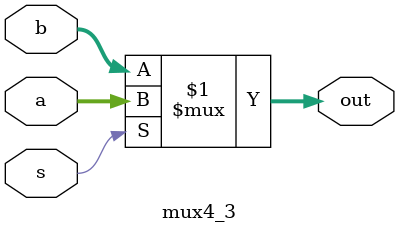
<source format=sv>
module mux4_3(input s, input [3:0] a, input [3:0] b, output [3:0] out);
  assign out = s ? a : b;
endmodule

</source>
